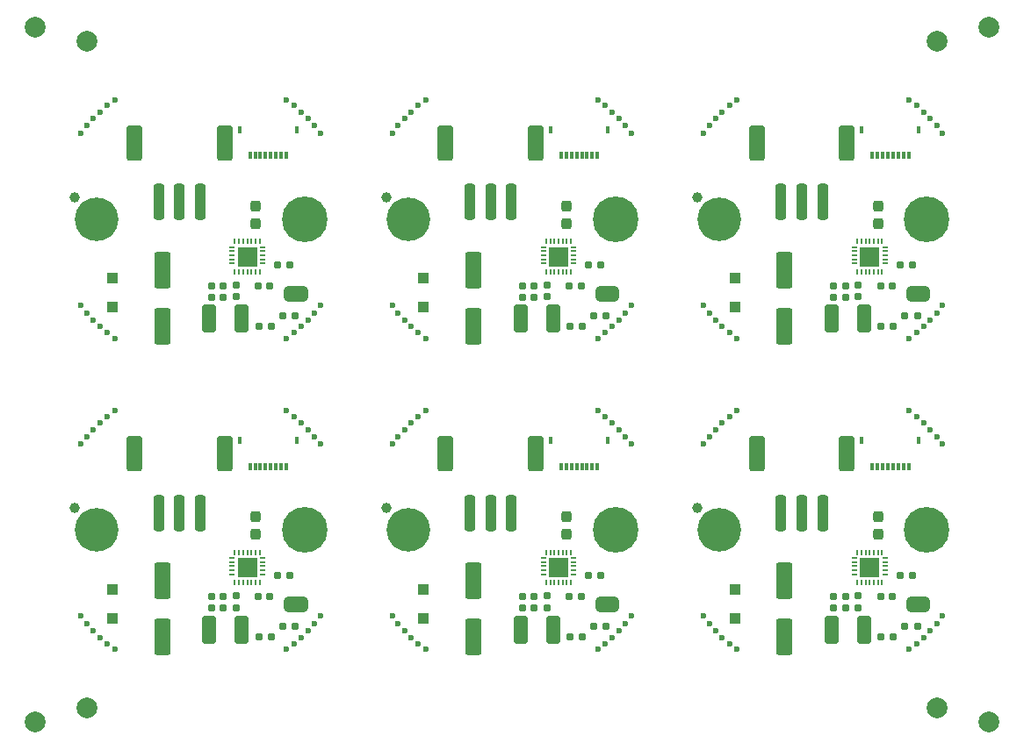
<source format=gbs>
G04 #@! TF.GenerationSoftware,KiCad,Pcbnew,9.0.1-9.0.1-0~ubuntu24.04.1*
G04 #@! TF.CreationDate,2025-04-05T23:11:07+02:00*
G04 #@! TF.ProjectId,panel,70616e65-6c2e-46b6-9963-61645f706362,rev?*
G04 #@! TF.SameCoordinates,Original*
G04 #@! TF.FileFunction,Soldermask,Bot*
G04 #@! TF.FilePolarity,Negative*
%FSLAX46Y46*%
G04 Gerber Fmt 4.6, Leading zero omitted, Abs format (unit mm)*
G04 Created by KiCad (PCBNEW 9.0.1-9.0.1-0~ubuntu24.04.1) date 2025-04-05 23:11:07*
%MOMM*%
%LPD*%
G01*
G04 APERTURE LIST*
G04 Aperture macros list*
%AMRoundRect*
0 Rectangle with rounded corners*
0 $1 Rounding radius*
0 $2 $3 $4 $5 $6 $7 $8 $9 X,Y pos of 4 corners*
0 Add a 4 corners polygon primitive as box body*
4,1,4,$2,$3,$4,$5,$6,$7,$8,$9,$2,$3,0*
0 Add four circle primitives for the rounded corners*
1,1,$1+$1,$2,$3*
1,1,$1+$1,$4,$5*
1,1,$1+$1,$6,$7*
1,1,$1+$1,$8,$9*
0 Add four rect primitives between the rounded corners*
20,1,$1+$1,$2,$3,$4,$5,0*
20,1,$1+$1,$4,$5,$6,$7,0*
20,1,$1+$1,$6,$7,$8,$9,0*
20,1,$1+$1,$8,$9,$2,$3,0*%
%AMFreePoly0*
4,1,23,0.500000,-0.750000,0.000000,-0.750000,0.000000,-0.745722,-0.065263,-0.745722,-0.191342,-0.711940,-0.304381,-0.646677,-0.396677,-0.554381,-0.461940,-0.441342,-0.495722,-0.315263,-0.495722,-0.250000,-0.500000,-0.250000,-0.500000,0.250000,-0.495722,0.250000,-0.495722,0.315263,-0.461940,0.441342,-0.396677,0.554381,-0.304381,0.646677,-0.191342,0.711940,-0.065263,0.745722,0.000000,0.745722,
0.000000,0.750000,0.500000,0.750000,0.500000,-0.750000,0.500000,-0.750000,$1*%
%AMFreePoly1*
4,1,23,0.000000,0.745722,0.065263,0.745722,0.191342,0.711940,0.304381,0.646677,0.396677,0.554381,0.461940,0.441342,0.495722,0.315263,0.495722,0.250000,0.500000,0.250000,0.500000,-0.250000,0.495722,-0.250000,0.495722,-0.315263,0.461940,-0.441342,0.396677,-0.554381,0.304381,-0.646677,0.191342,-0.711940,0.065263,-0.745722,0.000000,-0.745722,0.000000,-0.750000,-0.500000,-0.750000,
-0.500000,0.750000,0.000000,0.750000,0.000000,0.745722,0.000000,0.745722,$1*%
G04 Aperture macros list end*
%ADD10C,0.600000*%
%ADD11C,2.600000*%
%ADD12C,4.400000*%
%ADD13C,1.000000*%
%ADD14C,4.200000*%
%ADD15C,2.000000*%
%ADD16RoundRect,0.250000X-0.250000X-1.500000X0.250000X-1.500000X0.250000X1.500000X-0.250000X1.500000X0*%
%ADD17RoundRect,0.250001X-0.499999X-1.449999X0.499999X-1.449999X0.499999X1.449999X-0.499999X1.449999X0*%
%ADD18RoundRect,0.160000X0.197500X0.160000X-0.197500X0.160000X-0.197500X-0.160000X0.197500X-0.160000X0*%
%ADD19RoundRect,0.160000X-0.197500X-0.160000X0.197500X-0.160000X0.197500X0.160000X-0.197500X0.160000X0*%
%ADD20RoundRect,0.155000X-0.212500X-0.155000X0.212500X-0.155000X0.212500X0.155000X-0.212500X0.155000X0*%
%ADD21RoundRect,0.237500X0.237500X-0.300000X0.237500X0.300000X-0.237500X0.300000X-0.237500X-0.300000X0*%
%ADD22RoundRect,0.155000X0.212500X0.155000X-0.212500X0.155000X-0.212500X-0.155000X0.212500X-0.155000X0*%
%ADD23RoundRect,0.250000X0.412500X1.100000X-0.412500X1.100000X-0.412500X-1.100000X0.412500X-1.100000X0*%
%ADD24RoundRect,0.250000X0.300000X-0.300000X0.300000X0.300000X-0.300000X0.300000X-0.300000X-0.300000X0*%
%ADD25FreePoly0,180.000000*%
%ADD26FreePoly1,180.000000*%
%ADD27RoundRect,0.250000X0.550000X-1.500000X0.550000X1.500000X-0.550000X1.500000X-0.550000X-1.500000X0*%
%ADD28R,0.300000X0.800000*%
%ADD29R,0.400000X0.800000*%
%ADD30RoundRect,0.155000X0.155000X-0.212500X0.155000X0.212500X-0.155000X0.212500X-0.155000X-0.212500X0*%
%ADD31R,0.200000X0.470000*%
%ADD32R,0.470000X0.200000*%
%ADD33R,1.900000X1.900000*%
G04 APERTURE END LIST*
G04 #@! TO.C,JP2*
G36*
X90345716Y-27448929D02*
G01*
X90045716Y-27448929D01*
X90045716Y-28948929D01*
X90345716Y-28948929D01*
X90345716Y-27448929D01*
G37*
G36*
X90345716Y-57448929D02*
G01*
X90045716Y-57448929D01*
X90045716Y-58948929D01*
X90345716Y-58948929D01*
X90345716Y-57448929D01*
G37*
G36*
X60345716Y-57448929D02*
G01*
X60045716Y-57448929D01*
X60045716Y-58948929D01*
X60345716Y-58948929D01*
X60345716Y-57448929D01*
G37*
G36*
X60345716Y-27448929D02*
G01*
X60045716Y-27448929D01*
X60045716Y-28948929D01*
X60345716Y-28948929D01*
X60345716Y-27448929D01*
G37*
G36*
X30345716Y-27448929D02*
G01*
X30045716Y-27448929D01*
X30045716Y-28948929D01*
X30345716Y-28948929D01*
X30345716Y-27448929D01*
G37*
G36*
X30345716Y-57448929D02*
G01*
X30045716Y-57448929D01*
X30045716Y-58948929D01*
X30345716Y-58948929D01*
X30345716Y-57448929D01*
G37*
G04 #@! TD*
D10*
G04 #@! TO.C,KiKit_MB_18_4*
X40641439Y-60711092D03*
G04 #@! TD*
G04 #@! TO.C,KiKit_MB_2_6*
X9476484Y-29299328D03*
G04 #@! TD*
G04 #@! TO.C,KiKit_MB_2_3*
X11287002Y-31360422D03*
G04 #@! TD*
G04 #@! TO.C,KiKit_MB_3_2*
X30015572Y-10034670D03*
G04 #@! TD*
G04 #@! TO.C,KiKit_MB_18_6*
X39476483Y-59299328D03*
G04 #@! TD*
G04 #@! TO.C,KiKit_MB_17_6*
X42702610Y-39477105D03*
G04 #@! TD*
G04 #@! TO.C,KiKit_MB_10_6*
X69476483Y-29299328D03*
G04 #@! TD*
G04 #@! TO.C,KiKit_MB_16_6*
X29288652Y-62523198D03*
G04 #@! TD*
G04 #@! TO.C,KiKit_MB_15_6*
X32517992Y-42706681D03*
G04 #@! TD*
G04 #@! TO.C,KiKit_MB_13_1*
X9476484Y-42698529D03*
G04 #@! TD*
G04 #@! TO.C,KiKit_MB_20_3*
X61353408Y-60708168D03*
G04 #@! TD*
G04 #@! TO.C,KiKit_MB_1_1*
X9476484Y-12698530D03*
G04 #@! TD*
D11*
G04 #@! TO.C,H1*
X30995716Y-20998929D03*
D12*
X30995716Y-20998929D03*
G04 #@! TD*
D10*
G04 #@! TO.C,KiKit_MB_16_5*
X30015572Y-61963188D03*
G04 #@! TD*
G04 #@! TO.C,KiKit_MB_6_4*
X40641439Y-30711092D03*
G04 #@! TD*
G04 #@! TO.C,KiKit_MB_10_3*
X71286844Y-31360597D03*
G04 #@! TD*
G04 #@! TO.C,KiKit_MB_5_6*
X42702610Y-9477106D03*
G04 #@! TD*
G04 #@! TO.C,KiKit_MB_17_3*
X40641439Y-41286765D03*
G04 #@! TD*
G04 #@! TO.C,KiKit_MB_21_2*
X70037341Y-41974783D03*
G04 #@! TD*
G04 #@! TO.C,KiKit_MB_11_2*
X90015572Y-10034670D03*
G04 #@! TD*
G04 #@! TO.C,KiKit_MB_3_1*
X29288652Y-9474660D03*
G04 #@! TD*
G04 #@! TO.C,KiKit_MB_3_3*
X30703668Y-10641748D03*
G04 #@! TD*
G04 #@! TO.C,KiKit_MB_6_3*
X41286844Y-31360597D03*
G04 #@! TD*
G04 #@! TO.C,KiKit_MB_5_5*
X41977155Y-10035689D03*
G04 #@! TD*
G04 #@! TO.C,KiKit_MB_13_4*
X11286845Y-40637260D03*
G04 #@! TD*
G04 #@! TO.C,KiKit_MB_7_2*
X60015572Y-10034670D03*
G04 #@! TD*
G04 #@! TO.C,KiKit_MB_24_4*
X90703668Y-61356110D03*
G04 #@! TD*
D13*
G04 #@! TO.C,J2*
X68874396Y-18877609D03*
D14*
X70995716Y-20998929D03*
G04 #@! TD*
D10*
G04 #@! TO.C,KiKit_MB_18_3*
X41286844Y-61360597D03*
G04 #@! TD*
G04 #@! TO.C,KiKit_MB_15_4*
X31353408Y-41289689D03*
G04 #@! TD*
G04 #@! TO.C,KiKit_MB_22_3*
X71286844Y-61360597D03*
G04 #@! TD*
G04 #@! TO.C,KiKit_MB_8_1*
X62517992Y-29291176D03*
G04 #@! TD*
G04 #@! TO.C,KiKit_MB_18_5*
X40037341Y-60023074D03*
G04 #@! TD*
G04 #@! TO.C,KiKit_MB_9_2*
X70037341Y-11974784D03*
G04 #@! TD*
G04 #@! TO.C,KiKit_MB_21_6*
X72702610Y-39477105D03*
G04 #@! TD*
D15*
G04 #@! TO.C,KiKit_TO_3*
X5000000Y-69497858D03*
G04 #@! TD*
D10*
G04 #@! TO.C,KiKit_MB_4_6*
X29288652Y-32523198D03*
G04 #@! TD*
G04 #@! TO.C,KiKit_MB_9_3*
X70641439Y-11286766D03*
G04 #@! TD*
D11*
G04 #@! TO.C,H1*
X90995716Y-20998929D03*
D12*
X90995716Y-20998929D03*
G04 #@! TD*
D10*
G04 #@! TO.C,KiKit_MB_2_5*
X10037342Y-30023074D03*
G04 #@! TD*
G04 #@! TO.C,KiKit_MB_1_5*
X11977156Y-10035689D03*
G04 #@! TD*
G04 #@! TO.C,KiKit_MB_16_3*
X31353544Y-60708299D03*
G04 #@! TD*
G04 #@! TO.C,KiKit_MB_11_1*
X89288652Y-9474660D03*
G04 #@! TD*
G04 #@! TO.C,KiKit_MB_14_1*
X12702611Y-62520752D03*
G04 #@! TD*
G04 #@! TO.C,KiKit_MB_4_5*
X30015572Y-31963188D03*
G04 #@! TD*
G04 #@! TO.C,KiKit_MB_3_4*
X31353544Y-11289559D03*
G04 #@! TD*
G04 #@! TO.C,KiKit_MB_4_4*
X30703668Y-31356110D03*
G04 #@! TD*
G04 #@! TO.C,KiKit_MB_13_2*
X10037342Y-41974783D03*
G04 #@! TD*
G04 #@! TO.C,KiKit_MB_13_5*
X11977156Y-40035688D03*
G04 #@! TD*
G04 #@! TO.C,KiKit_MB_5_2*
X40037341Y-11974784D03*
G04 #@! TD*
G04 #@! TO.C,KiKit_MB_8_6*
X59288652Y-32523198D03*
G04 #@! TD*
G04 #@! TO.C,KiKit_MB_14_5*
X10037342Y-60023074D03*
G04 #@! TD*
G04 #@! TO.C,KiKit_MB_5_3*
X40641439Y-11286766D03*
G04 #@! TD*
G04 #@! TO.C,KiKit_MB_11_3*
X90703668Y-10641748D03*
G04 #@! TD*
G04 #@! TO.C,KiKit_MB_19_3*
X60703668Y-40641747D03*
G04 #@! TD*
G04 #@! TO.C,KiKit_MB_20_6*
X59288652Y-62523198D03*
G04 #@! TD*
G04 #@! TO.C,KiKit_MB_20_5*
X60015572Y-61963188D03*
G04 #@! TD*
G04 #@! TO.C,KiKit_MB_13_6*
X12702611Y-39477105D03*
G04 #@! TD*
G04 #@! TO.C,KiKit_MB_16_1*
X32517992Y-59291176D03*
G04 #@! TD*
G04 #@! TO.C,KiKit_MB_10_5*
X70037341Y-30023074D03*
G04 #@! TD*
G04 #@! TO.C,KiKit_MB_5_1*
X39476483Y-12698530D03*
G04 #@! TD*
G04 #@! TO.C,KiKit_MB_12_4*
X90703668Y-31356110D03*
G04 #@! TD*
G04 #@! TO.C,KiKit_MB_9_4*
X71286844Y-10637261D03*
G04 #@! TD*
D13*
G04 #@! TO.C,J2*
X38874396Y-48877609D03*
D14*
X40995716Y-50998929D03*
G04 #@! TD*
D10*
G04 #@! TO.C,KiKit_MB_17_1*
X39476483Y-42698529D03*
G04 #@! TD*
G04 #@! TO.C,KiKit_MB_4_3*
X31353408Y-30708168D03*
G04 #@! TD*
G04 #@! TO.C,KiKit_MB_21_5*
X71977155Y-40035688D03*
G04 #@! TD*
G04 #@! TO.C,KiKit_MB_23_1*
X89288652Y-39474659D03*
G04 #@! TD*
G04 #@! TO.C,KiKit_MB_2_1*
X12702611Y-32520752D03*
G04 #@! TD*
G04 #@! TO.C,KiKit_MB_23_2*
X90015572Y-40034669D03*
G04 #@! TD*
D15*
G04 #@! TO.C,KiKit_TO_4*
X96995716Y-69497858D03*
G04 #@! TD*
D10*
G04 #@! TO.C,KiKit_MB_2_2*
X11977156Y-31962169D03*
G04 #@! TD*
G04 #@! TO.C,KiKit_MB_1_4*
X11287002Y-10637436D03*
G04 #@! TD*
G04 #@! TO.C,KiKit_MB_19_5*
X61960220Y-41978016D03*
G04 #@! TD*
G04 #@! TO.C,KiKit_MB_8_5*
X60015572Y-31963188D03*
G04 #@! TD*
D11*
G04 #@! TO.C,H1*
X60995716Y-20998929D03*
D12*
X60995716Y-20998929D03*
G04 #@! TD*
D10*
G04 #@! TO.C,KiKit_MB_7_3*
X60703668Y-10641748D03*
G04 #@! TD*
G04 #@! TO.C,KiKit_MB_11_4*
X91353408Y-11289690D03*
G04 #@! TD*
G04 #@! TO.C,KiKit_MB_4_1*
X32517992Y-29291176D03*
G04 #@! TD*
G04 #@! TO.C,KiKit_MB_20_1*
X62517992Y-59291176D03*
G04 #@! TD*
D13*
G04 #@! TO.C,J2*
X8874396Y-18877609D03*
D14*
X10995716Y-20998929D03*
G04 #@! TD*
D10*
G04 #@! TO.C,KiKit_MB_9_6*
X72702610Y-9477106D03*
G04 #@! TD*
G04 #@! TO.C,KiKit_MB_15_5*
X31960220Y-41978016D03*
G04 #@! TD*
D13*
G04 #@! TO.C,J2*
X68874396Y-48877609D03*
D14*
X70995716Y-50998929D03*
G04 #@! TD*
D10*
G04 #@! TO.C,KiKit_MB_16_2*
X31960220Y-60019841D03*
G04 #@! TD*
G04 #@! TO.C,KiKit_MB_19_6*
X62517992Y-42706681D03*
G04 #@! TD*
D13*
G04 #@! TO.C,J2*
X8874396Y-48877609D03*
D14*
X10995716Y-50998929D03*
G04 #@! TD*
D10*
G04 #@! TO.C,KiKit_MB_15_2*
X30015572Y-40034669D03*
G04 #@! TD*
G04 #@! TO.C,KiKit_MB_24_5*
X90015572Y-61963188D03*
G04 #@! TD*
G04 #@! TO.C,KiKit_MB_7_6*
X62517992Y-12706682D03*
G04 #@! TD*
G04 #@! TO.C,KiKit_MB_10_2*
X71977155Y-31962169D03*
G04 #@! TD*
G04 #@! TO.C,KiKit_MB_24_1*
X92517992Y-59291176D03*
G04 #@! TD*
G04 #@! TO.C,KiKit_MB_14_3*
X11286845Y-61360597D03*
G04 #@! TD*
G04 #@! TO.C,KiKit_MB_19_1*
X59288652Y-39474659D03*
G04 #@! TD*
G04 #@! TO.C,KiKit_MB_22_1*
X72702610Y-62520752D03*
G04 #@! TD*
G04 #@! TO.C,KiKit_MB_21_4*
X71286844Y-40637260D03*
G04 #@! TD*
G04 #@! TO.C,KiKit_MB_23_5*
X91960220Y-41978016D03*
G04 #@! TD*
G04 #@! TO.C,KiKit_MB_4_2*
X31960220Y-30019841D03*
G04 #@! TD*
G04 #@! TO.C,KiKit_MB_20_2*
X61960220Y-60019841D03*
G04 #@! TD*
D15*
G04 #@! TO.C,KiKit_TO_1*
X5000000Y-2500000D03*
G04 #@! TD*
D10*
G04 #@! TO.C,KiKit_MB_3_5*
X31960220Y-11978017D03*
G04 #@! TD*
G04 #@! TO.C,KiKit_MB_6_5*
X40037341Y-30023074D03*
G04 #@! TD*
G04 #@! TO.C,KiKit_MB_20_4*
X60703668Y-61356110D03*
G04 #@! TD*
G04 #@! TO.C,KiKit_MB_21_3*
X70641439Y-41286765D03*
G04 #@! TD*
G04 #@! TO.C,KiKit_MB_11_6*
X92517992Y-12706682D03*
G04 #@! TD*
G04 #@! TO.C,KiKit_MB_22_6*
X69476483Y-59299328D03*
G04 #@! TD*
G04 #@! TO.C,KiKit_MB_1_2*
X10037342Y-11974784D03*
G04 #@! TD*
G04 #@! TO.C,KiKit_MB_10_1*
X72702610Y-32520752D03*
G04 #@! TD*
G04 #@! TO.C,KiKit_MB_16_4*
X30703668Y-61356110D03*
G04 #@! TD*
G04 #@! TO.C,KiKit_MB_12_6*
X89288652Y-32523198D03*
G04 #@! TD*
G04 #@! TO.C,KiKit_MB_15_1*
X29288652Y-39474659D03*
G04 #@! TD*
G04 #@! TO.C,KiKit_MB_12_1*
X92517992Y-29291176D03*
G04 #@! TD*
G04 #@! TO.C,KiKit_MB_14_4*
X10641440Y-60711092D03*
G04 #@! TD*
G04 #@! TO.C,KiKit_MB_15_3*
X30703668Y-40641747D03*
G04 #@! TD*
G04 #@! TO.C,KiKit_MB_23_4*
X91353408Y-41289689D03*
G04 #@! TD*
G04 #@! TO.C,KiKit_MB_3_6*
X32517992Y-12706682D03*
G04 #@! TD*
G04 #@! TO.C,KiKit_MB_17_2*
X40037341Y-41974783D03*
G04 #@! TD*
G04 #@! TO.C,KiKit_MB_5_4*
X41286844Y-10637261D03*
G04 #@! TD*
G04 #@! TO.C,KiKit_MB_22_4*
X70641439Y-60711092D03*
G04 #@! TD*
G04 #@! TO.C,KiKit_MB_13_3*
X10641440Y-41286765D03*
G04 #@! TD*
D11*
G04 #@! TO.C,H1*
X30995716Y-50998929D03*
D12*
X30995716Y-50998929D03*
G04 #@! TD*
D11*
G04 #@! TO.C,H1*
X90995716Y-50998929D03*
D12*
X90995716Y-50998929D03*
G04 #@! TD*
D10*
G04 #@! TO.C,KiKit_MB_10_4*
X70641439Y-30711092D03*
G04 #@! TD*
G04 #@! TO.C,KiKit_MB_7_4*
X61353408Y-11289690D03*
G04 #@! TD*
G04 #@! TO.C,KiKit_MB_6_6*
X39476483Y-29299328D03*
G04 #@! TD*
D15*
G04 #@! TO.C,KiKit_TO_2*
X96995716Y-2500000D03*
G04 #@! TD*
D10*
G04 #@! TO.C,KiKit_MB_24_6*
X89288652Y-62523198D03*
G04 #@! TD*
G04 #@! TO.C,KiKit_MB_7_1*
X59288652Y-9474660D03*
G04 #@! TD*
G04 #@! TO.C,KiKit_MB_17_4*
X41286844Y-40637260D03*
G04 #@! TD*
G04 #@! TO.C,KiKit_MB_23_3*
X90703668Y-40641747D03*
G04 #@! TD*
G04 #@! TO.C,KiKit_MB_24_2*
X91960220Y-60019841D03*
G04 #@! TD*
G04 #@! TO.C,KiKit_MB_18_1*
X42702610Y-62520752D03*
G04 #@! TD*
G04 #@! TO.C,KiKit_MB_8_3*
X61353408Y-30708168D03*
G04 #@! TD*
G04 #@! TO.C,KiKit_MB_9_1*
X69476483Y-12698530D03*
G04 #@! TD*
G04 #@! TO.C,KiKit_MB_8_4*
X60703668Y-31356110D03*
G04 #@! TD*
G04 #@! TO.C,KiKit_MB_12_2*
X91960220Y-30019841D03*
G04 #@! TD*
G04 #@! TO.C,KiKit_MB_14_2*
X11977156Y-61962169D03*
G04 #@! TD*
G04 #@! TO.C,KiKit_MB_6_2*
X41977155Y-31962169D03*
G04 #@! TD*
D13*
G04 #@! TO.C,J2*
X38874396Y-18877609D03*
D14*
X40995716Y-20998929D03*
G04 #@! TD*
D10*
G04 #@! TO.C,KiKit_MB_24_3*
X91353544Y-60708299D03*
G04 #@! TD*
G04 #@! TO.C,KiKit_MB_7_5*
X61960220Y-11978017D03*
G04 #@! TD*
G04 #@! TO.C,KiKit_MB_14_6*
X9476484Y-59299328D03*
G04 #@! TD*
G04 #@! TO.C,KiKit_MB_12_3*
X91353408Y-30708168D03*
G04 #@! TD*
G04 #@! TO.C,KiKit_MB_18_2*
X41977155Y-61962169D03*
G04 #@! TD*
G04 #@! TO.C,KiKit_MB_9_5*
X71977155Y-10035689D03*
G04 #@! TD*
G04 #@! TO.C,KiKit_MB_23_6*
X92517992Y-42706681D03*
G04 #@! TD*
G04 #@! TO.C,KiKit_MB_19_4*
X61353408Y-41289689D03*
G04 #@! TD*
G04 #@! TO.C,KiKit_MB_11_5*
X91960220Y-11978017D03*
G04 #@! TD*
G04 #@! TO.C,KiKit_MB_19_2*
X60015572Y-40034669D03*
G04 #@! TD*
G04 #@! TO.C,KiKit_MB_1_3*
X10641440Y-11286766D03*
G04 #@! TD*
G04 #@! TO.C,KiKit_MB_6_1*
X42702610Y-32520752D03*
G04 #@! TD*
G04 #@! TO.C,KiKit_MB_17_5*
X41977155Y-40035688D03*
G04 #@! TD*
G04 #@! TO.C,KiKit_MB_21_1*
X69476483Y-42698529D03*
G04 #@! TD*
G04 #@! TO.C,KiKit_MB_22_5*
X70037341Y-60023074D03*
G04 #@! TD*
G04 #@! TO.C,KiKit_MB_22_2*
X71977155Y-61962169D03*
G04 #@! TD*
G04 #@! TO.C,KiKit_MB_1_6*
X12702611Y-9477106D03*
G04 #@! TD*
G04 #@! TO.C,KiKit_MB_8_2*
X61960220Y-30019841D03*
G04 #@! TD*
G04 #@! TO.C,KiKit_MB_12_5*
X90015572Y-31963188D03*
G04 #@! TD*
G04 #@! TO.C,KiKit_MB_2_4*
X10641440Y-30711092D03*
G04 #@! TD*
D11*
G04 #@! TO.C,H1*
X60995716Y-50998929D03*
D12*
X60995716Y-50998929D03*
G04 #@! TD*
D15*
G04 #@! TO.C,KiKit_FID_B_2*
X91995716Y-3850000D03*
G04 #@! TD*
D16*
G04 #@! TO.C,J4*
X76945716Y-49348929D03*
X78945716Y-49348929D03*
X80945716Y-49348929D03*
D17*
X74595716Y-43598929D03*
X83295716Y-43598929D03*
G04 #@! TD*
D18*
G04 #@! TO.C,R5*
X60093216Y-30298929D03*
X58898216Y-30298929D03*
G04 #@! TD*
D19*
G04 #@! TO.C,R1*
X88395716Y-55398929D03*
X89590716Y-55398929D03*
G04 #@! TD*
D20*
G04 #@! TO.C,C20*
X56528216Y-57398929D03*
X57663216Y-57398929D03*
G04 #@! TD*
D15*
G04 #@! TO.C,KiKit_FID_B_1*
X10000000Y-3850000D03*
G04 #@! TD*
D21*
G04 #@! TO.C,C16*
X56295716Y-51423929D03*
X56295716Y-49698929D03*
G04 #@! TD*
D20*
G04 #@! TO.C,C20*
X56528216Y-27398929D03*
X57663216Y-27398929D03*
G04 #@! TD*
D22*
G04 #@! TO.C,C17*
X53163216Y-28498929D03*
X52028216Y-28498929D03*
G04 #@! TD*
D16*
G04 #@! TO.C,J4*
X76945716Y-19348929D03*
X78945716Y-19348929D03*
X80945716Y-19348929D03*
D17*
X74595716Y-13598929D03*
X83295716Y-13598929D03*
G04 #@! TD*
D23*
G04 #@! TO.C,C18*
X24958216Y-60598929D03*
X21833216Y-60598929D03*
G04 #@! TD*
G04 #@! TO.C,C18*
X24958216Y-30598929D03*
X21833216Y-30598929D03*
G04 #@! TD*
D24*
G04 #@! TO.C,D2*
X72495716Y-29498929D03*
X72495716Y-26698929D03*
G04 #@! TD*
D25*
G04 #@! TO.C,JP2*
X90845716Y-28198929D03*
D26*
X89545716Y-28198929D03*
G04 #@! TD*
D16*
G04 #@! TO.C,J4*
X46945716Y-49348929D03*
X48945716Y-49348929D03*
X50945716Y-49348929D03*
D17*
X44595716Y-43598929D03*
X53295716Y-43598929D03*
G04 #@! TD*
D24*
G04 #@! TO.C,D2*
X42495716Y-59498929D03*
X42495716Y-56698929D03*
G04 #@! TD*
D27*
G04 #@! TO.C,C19*
X77295716Y-31298929D03*
X77295716Y-25898929D03*
G04 #@! TD*
D16*
G04 #@! TO.C,J4*
X16945716Y-49348929D03*
X18945716Y-49348929D03*
X20945716Y-49348929D03*
D17*
X14595716Y-43598929D03*
X23295716Y-43598929D03*
G04 #@! TD*
D24*
G04 #@! TO.C,D2*
X12495716Y-29498929D03*
X12495716Y-26698929D03*
G04 #@! TD*
D27*
G04 #@! TO.C,C19*
X17295716Y-31298929D03*
X17295716Y-25898929D03*
G04 #@! TD*
D23*
G04 #@! TO.C,C18*
X54958216Y-60598929D03*
X51833216Y-60598929D03*
G04 #@! TD*
D21*
G04 #@! TO.C,C16*
X26295716Y-51423929D03*
X26295716Y-49698929D03*
G04 #@! TD*
D20*
G04 #@! TO.C,C20*
X26528216Y-57398929D03*
X27663216Y-57398929D03*
G04 #@! TD*
D22*
G04 #@! TO.C,C9*
X23163216Y-57398929D03*
X22028216Y-57398929D03*
G04 #@! TD*
D28*
G04 #@! TO.C,FPC1*
X25745716Y-44848929D03*
X26245716Y-44848929D03*
X26745716Y-44848929D03*
X27245716Y-44848929D03*
X27745716Y-44848929D03*
X28245716Y-44848929D03*
X28745716Y-44848929D03*
X29245716Y-44848929D03*
D29*
X30245716Y-42348929D03*
X24745716Y-42348929D03*
G04 #@! TD*
D23*
G04 #@! TO.C,C18*
X84958216Y-30598929D03*
X81833216Y-30598929D03*
G04 #@! TD*
D30*
G04 #@! TO.C,C6*
X24395716Y-28466429D03*
X24395716Y-27331429D03*
G04 #@! TD*
D31*
G04 #@! TO.C,IC2*
X56695716Y-56063929D03*
X56295716Y-56063929D03*
X55895716Y-56063929D03*
X55495716Y-56063929D03*
X55095716Y-56063929D03*
X54695716Y-56063929D03*
X54295716Y-56063929D03*
D32*
X54030716Y-55268929D03*
X54030716Y-54868929D03*
X54030716Y-54468929D03*
X54030716Y-54068929D03*
X54030716Y-53668929D03*
D31*
X54295716Y-53133929D03*
X54695716Y-53133929D03*
X55095716Y-53133929D03*
X55495716Y-53133929D03*
X55895716Y-53133929D03*
X56295716Y-53133929D03*
X56695716Y-53133929D03*
D32*
X56960716Y-53668929D03*
X56960716Y-54068929D03*
X56960716Y-54468929D03*
X56960716Y-54868929D03*
X56960716Y-55268929D03*
D33*
X55495716Y-54598929D03*
G04 #@! TD*
D22*
G04 #@! TO.C,C17*
X23163216Y-28498929D03*
X22028216Y-28498929D03*
G04 #@! TD*
D18*
G04 #@! TO.C,R4*
X27793216Y-61298929D03*
X26598216Y-61298929D03*
G04 #@! TD*
D22*
G04 #@! TO.C,C17*
X83163216Y-28498929D03*
X82028216Y-28498929D03*
G04 #@! TD*
D21*
G04 #@! TO.C,C16*
X86295716Y-21423929D03*
X86295716Y-19698929D03*
G04 #@! TD*
G04 #@! TO.C,C16*
X86295716Y-51423929D03*
X86295716Y-49698929D03*
G04 #@! TD*
G04 #@! TO.C,C16*
X26295716Y-21423929D03*
X26295716Y-19698929D03*
G04 #@! TD*
D31*
G04 #@! TO.C,IC2*
X26695716Y-56063929D03*
X26295716Y-56063929D03*
X25895716Y-56063929D03*
X25495716Y-56063929D03*
X25095716Y-56063929D03*
X24695716Y-56063929D03*
X24295716Y-56063929D03*
D32*
X24030716Y-55268929D03*
X24030716Y-54868929D03*
X24030716Y-54468929D03*
X24030716Y-54068929D03*
X24030716Y-53668929D03*
D31*
X24295716Y-53133929D03*
X24695716Y-53133929D03*
X25095716Y-53133929D03*
X25495716Y-53133929D03*
X25895716Y-53133929D03*
X26295716Y-53133929D03*
X26695716Y-53133929D03*
D32*
X26960716Y-53668929D03*
X26960716Y-54068929D03*
X26960716Y-54468929D03*
X26960716Y-54868929D03*
X26960716Y-55268929D03*
D33*
X25495716Y-54598929D03*
G04 #@! TD*
D23*
G04 #@! TO.C,C18*
X84958216Y-60598929D03*
X81833216Y-60598929D03*
G04 #@! TD*
D25*
G04 #@! TO.C,JP2*
X90845716Y-58198929D03*
D26*
X89545716Y-58198929D03*
G04 #@! TD*
D20*
G04 #@! TO.C,C20*
X86528216Y-27398929D03*
X87663216Y-27398929D03*
G04 #@! TD*
D27*
G04 #@! TO.C,C19*
X77295716Y-61298929D03*
X77295716Y-55898929D03*
G04 #@! TD*
D22*
G04 #@! TO.C,C17*
X23163216Y-58498929D03*
X22028216Y-58498929D03*
G04 #@! TD*
D24*
G04 #@! TO.C,D2*
X72495716Y-59498929D03*
X72495716Y-56698929D03*
G04 #@! TD*
D18*
G04 #@! TO.C,R5*
X30093216Y-60298929D03*
X28898216Y-60298929D03*
G04 #@! TD*
D20*
G04 #@! TO.C,C20*
X86528216Y-57398929D03*
X87663216Y-57398929D03*
G04 #@! TD*
D22*
G04 #@! TO.C,C9*
X53163216Y-27398929D03*
X52028216Y-27398929D03*
G04 #@! TD*
D18*
G04 #@! TO.C,R5*
X60093216Y-60298929D03*
X58898216Y-60298929D03*
G04 #@! TD*
D28*
G04 #@! TO.C,FPC1*
X25745716Y-14848929D03*
X26245716Y-14848929D03*
X26745716Y-14848929D03*
X27245716Y-14848929D03*
X27745716Y-14848929D03*
X28245716Y-14848929D03*
X28745716Y-14848929D03*
X29245716Y-14848929D03*
D29*
X30245716Y-12348929D03*
X24745716Y-12348929D03*
G04 #@! TD*
D31*
G04 #@! TO.C,IC2*
X86695716Y-26063929D03*
X86295716Y-26063929D03*
X85895716Y-26063929D03*
X85495716Y-26063929D03*
X85095716Y-26063929D03*
X84695716Y-26063929D03*
X84295716Y-26063929D03*
D32*
X84030716Y-25268929D03*
X84030716Y-24868929D03*
X84030716Y-24468929D03*
X84030716Y-24068929D03*
X84030716Y-23668929D03*
D31*
X84295716Y-23133929D03*
X84695716Y-23133929D03*
X85095716Y-23133929D03*
X85495716Y-23133929D03*
X85895716Y-23133929D03*
X86295716Y-23133929D03*
X86695716Y-23133929D03*
D32*
X86960716Y-23668929D03*
X86960716Y-24068929D03*
X86960716Y-24468929D03*
X86960716Y-24868929D03*
X86960716Y-25268929D03*
D33*
X85495716Y-24598929D03*
G04 #@! TD*
D31*
G04 #@! TO.C,IC2*
X26695716Y-26063929D03*
X26295716Y-26063929D03*
X25895716Y-26063929D03*
X25495716Y-26063929D03*
X25095716Y-26063929D03*
X24695716Y-26063929D03*
X24295716Y-26063929D03*
D32*
X24030716Y-25268929D03*
X24030716Y-24868929D03*
X24030716Y-24468929D03*
X24030716Y-24068929D03*
X24030716Y-23668929D03*
D31*
X24295716Y-23133929D03*
X24695716Y-23133929D03*
X25095716Y-23133929D03*
X25495716Y-23133929D03*
X25895716Y-23133929D03*
X26295716Y-23133929D03*
X26695716Y-23133929D03*
D32*
X26960716Y-23668929D03*
X26960716Y-24068929D03*
X26960716Y-24468929D03*
X26960716Y-24868929D03*
X26960716Y-25268929D03*
D33*
X25495716Y-24598929D03*
G04 #@! TD*
D20*
G04 #@! TO.C,C20*
X26528216Y-27398929D03*
X27663216Y-27398929D03*
G04 #@! TD*
D30*
G04 #@! TO.C,C6*
X54395716Y-28466429D03*
X54395716Y-27331429D03*
G04 #@! TD*
D23*
G04 #@! TO.C,C18*
X54958216Y-30598929D03*
X51833216Y-30598929D03*
G04 #@! TD*
D24*
G04 #@! TO.C,D2*
X42495716Y-29498929D03*
X42495716Y-26698929D03*
G04 #@! TD*
D19*
G04 #@! TO.C,R1*
X28395716Y-25398929D03*
X29590716Y-25398929D03*
G04 #@! TD*
D28*
G04 #@! TO.C,FPC1*
X85745716Y-14848929D03*
X86245716Y-14848929D03*
X86745716Y-14848929D03*
X87245716Y-14848929D03*
X87745716Y-14848929D03*
X88245716Y-14848929D03*
X88745716Y-14848929D03*
X89245716Y-14848929D03*
D29*
X90245716Y-12348929D03*
X84745716Y-12348929D03*
G04 #@! TD*
D18*
G04 #@! TO.C,R4*
X87793216Y-61298929D03*
X86598216Y-61298929D03*
G04 #@! TD*
G04 #@! TO.C,R4*
X27793216Y-31298929D03*
X26598216Y-31298929D03*
G04 #@! TD*
G04 #@! TO.C,R5*
X30093216Y-30298929D03*
X28898216Y-30298929D03*
G04 #@! TD*
D22*
G04 #@! TO.C,C17*
X53163216Y-58498929D03*
X52028216Y-58498929D03*
G04 #@! TD*
D31*
G04 #@! TO.C,IC2*
X86695716Y-56063929D03*
X86295716Y-56063929D03*
X85895716Y-56063929D03*
X85495716Y-56063929D03*
X85095716Y-56063929D03*
X84695716Y-56063929D03*
X84295716Y-56063929D03*
D32*
X84030716Y-55268929D03*
X84030716Y-54868929D03*
X84030716Y-54468929D03*
X84030716Y-54068929D03*
X84030716Y-53668929D03*
D31*
X84295716Y-53133929D03*
X84695716Y-53133929D03*
X85095716Y-53133929D03*
X85495716Y-53133929D03*
X85895716Y-53133929D03*
X86295716Y-53133929D03*
X86695716Y-53133929D03*
D32*
X86960716Y-53668929D03*
X86960716Y-54068929D03*
X86960716Y-54468929D03*
X86960716Y-54868929D03*
X86960716Y-55268929D03*
D33*
X85495716Y-54598929D03*
G04 #@! TD*
D30*
G04 #@! TO.C,C6*
X24395716Y-58466429D03*
X24395716Y-57331429D03*
G04 #@! TD*
D22*
G04 #@! TO.C,C9*
X83163216Y-57398929D03*
X82028216Y-57398929D03*
G04 #@! TD*
D25*
G04 #@! TO.C,JP2*
X60845716Y-58198929D03*
D26*
X59545716Y-58198929D03*
G04 #@! TD*
D18*
G04 #@! TO.C,R5*
X90093216Y-30298929D03*
X88898216Y-30298929D03*
G04 #@! TD*
D19*
G04 #@! TO.C,R1*
X58395716Y-55398929D03*
X59590716Y-55398929D03*
G04 #@! TD*
D25*
G04 #@! TO.C,JP2*
X60845716Y-28198929D03*
D26*
X59545716Y-28198929D03*
G04 #@! TD*
D30*
G04 #@! TO.C,C6*
X84395716Y-58466429D03*
X84395716Y-57331429D03*
G04 #@! TD*
D27*
G04 #@! TO.C,C19*
X17295716Y-61298929D03*
X17295716Y-55898929D03*
G04 #@! TD*
D15*
G04 #@! TO.C,KiKit_FID_B_4*
X91995716Y-68147858D03*
G04 #@! TD*
D28*
G04 #@! TO.C,FPC1*
X85745716Y-44848929D03*
X86245716Y-44848929D03*
X86745716Y-44848929D03*
X87245716Y-44848929D03*
X87745716Y-44848929D03*
X88245716Y-44848929D03*
X88745716Y-44848929D03*
X89245716Y-44848929D03*
D29*
X90245716Y-42348929D03*
X84745716Y-42348929D03*
G04 #@! TD*
D18*
G04 #@! TO.C,R4*
X87793216Y-31298929D03*
X86598216Y-31298929D03*
G04 #@! TD*
D27*
G04 #@! TO.C,C19*
X47295716Y-31298929D03*
X47295716Y-25898929D03*
G04 #@! TD*
D18*
G04 #@! TO.C,R4*
X57793216Y-61298929D03*
X56598216Y-61298929D03*
G04 #@! TD*
D27*
G04 #@! TO.C,C19*
X47295716Y-61298929D03*
X47295716Y-55898929D03*
G04 #@! TD*
D15*
G04 #@! TO.C,KiKit_FID_B_3*
X10000000Y-68147858D03*
G04 #@! TD*
D28*
G04 #@! TO.C,FPC1*
X55745716Y-14848929D03*
X56245716Y-14848929D03*
X56745716Y-14848929D03*
X57245716Y-14848929D03*
X57745716Y-14848929D03*
X58245716Y-14848929D03*
X58745716Y-14848929D03*
X59245716Y-14848929D03*
D29*
X60245716Y-12348929D03*
X54745716Y-12348929D03*
G04 #@! TD*
D30*
G04 #@! TO.C,C6*
X54395716Y-58466429D03*
X54395716Y-57331429D03*
G04 #@! TD*
D19*
G04 #@! TO.C,R1*
X58395716Y-25398929D03*
X59590716Y-25398929D03*
G04 #@! TD*
D18*
G04 #@! TO.C,R5*
X90093216Y-60298929D03*
X88898216Y-60298929D03*
G04 #@! TD*
D22*
G04 #@! TO.C,C9*
X53163216Y-57398929D03*
X52028216Y-57398929D03*
G04 #@! TD*
D28*
G04 #@! TO.C,FPC1*
X55745716Y-44848929D03*
X56245716Y-44848929D03*
X56745716Y-44848929D03*
X57245716Y-44848929D03*
X57745716Y-44848929D03*
X58245716Y-44848929D03*
X58745716Y-44848929D03*
X59245716Y-44848929D03*
D29*
X60245716Y-42348929D03*
X54745716Y-42348929D03*
G04 #@! TD*
D18*
G04 #@! TO.C,R4*
X57793216Y-31298929D03*
X56598216Y-31298929D03*
G04 #@! TD*
D31*
G04 #@! TO.C,IC2*
X56695716Y-26063929D03*
X56295716Y-26063929D03*
X55895716Y-26063929D03*
X55495716Y-26063929D03*
X55095716Y-26063929D03*
X54695716Y-26063929D03*
X54295716Y-26063929D03*
D32*
X54030716Y-25268929D03*
X54030716Y-24868929D03*
X54030716Y-24468929D03*
X54030716Y-24068929D03*
X54030716Y-23668929D03*
D31*
X54295716Y-23133929D03*
X54695716Y-23133929D03*
X55095716Y-23133929D03*
X55495716Y-23133929D03*
X55895716Y-23133929D03*
X56295716Y-23133929D03*
X56695716Y-23133929D03*
D32*
X56960716Y-23668929D03*
X56960716Y-24068929D03*
X56960716Y-24468929D03*
X56960716Y-24868929D03*
X56960716Y-25268929D03*
D33*
X55495716Y-24598929D03*
G04 #@! TD*
D16*
G04 #@! TO.C,J4*
X16945716Y-19348929D03*
X18945716Y-19348929D03*
X20945716Y-19348929D03*
D17*
X14595716Y-13598929D03*
X23295716Y-13598929D03*
G04 #@! TD*
D19*
G04 #@! TO.C,R1*
X28395716Y-55398929D03*
X29590716Y-55398929D03*
G04 #@! TD*
D22*
G04 #@! TO.C,C9*
X83163216Y-27398929D03*
X82028216Y-27398929D03*
G04 #@! TD*
G04 #@! TO.C,C9*
X23163216Y-27398929D03*
X22028216Y-27398929D03*
G04 #@! TD*
D19*
G04 #@! TO.C,R1*
X88395716Y-25398929D03*
X89590716Y-25398929D03*
G04 #@! TD*
D25*
G04 #@! TO.C,JP2*
X30845716Y-28198929D03*
D26*
X29545716Y-28198929D03*
G04 #@! TD*
D22*
G04 #@! TO.C,C17*
X83163216Y-58498929D03*
X82028216Y-58498929D03*
G04 #@! TD*
D24*
G04 #@! TO.C,D2*
X12495716Y-59498929D03*
X12495716Y-56698929D03*
G04 #@! TD*
D30*
G04 #@! TO.C,C6*
X84395716Y-28466429D03*
X84395716Y-27331429D03*
G04 #@! TD*
D16*
G04 #@! TO.C,J4*
X46945716Y-19348929D03*
X48945716Y-19348929D03*
X50945716Y-19348929D03*
D17*
X44595716Y-13598929D03*
X53295716Y-13598929D03*
G04 #@! TD*
D25*
G04 #@! TO.C,JP2*
X30845716Y-58198929D03*
D26*
X29545716Y-58198929D03*
G04 #@! TD*
D21*
G04 #@! TO.C,C16*
X56295716Y-21423929D03*
X56295716Y-19698929D03*
G04 #@! TD*
M02*

</source>
